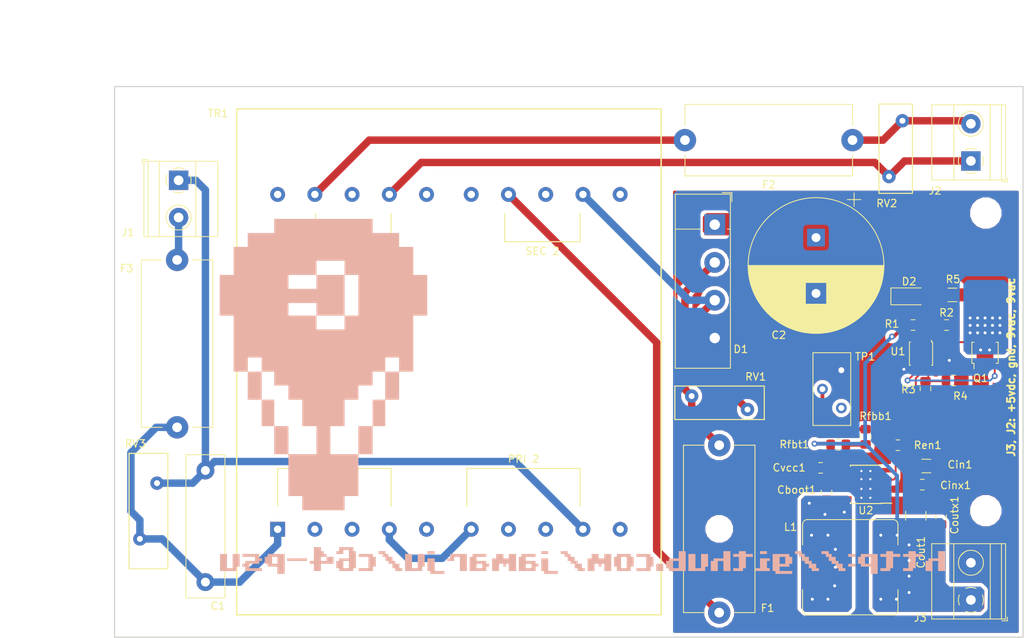
<source format=kicad_pcb>
(kicad_pcb (version 20171130) (host pcbnew "(5.0.0-3-g5ebb6b6)")
  (layers (0 F.Cu signal) (31 B.Cu signal) (34 B.Paste user hide) (35 F.Paste user hide) (36 B.SilkS user) (37 F.SilkS user) (38 B.Mask user) (39 F.Mask user) (44 Edge.Cuts user))
  (net 0 "")
  (net 1 GND)
  (net 2 "Net-(D1-Pad2)")
  (net 3 "Net-(F3-Pad2)")
  (net 4 "Net-(R1-Pad2)")
  (net 5 /PRI1A)
  (net 6 /PRI1B)
  (net 7 /PRI2B)
  (net 8 /SEC2B)
  (net 9 /SEC2A)
  (net 10 /SEC1B)
  (net 11 /SEC1A)
  (net 12 "Net-(F2-Pad1)")
  (net 13 /VOUT)
  (net 14 "Net-(Rfbb1-Pad1)")
  (net 15 "Net-(R3-Pad2)")
  (net 16 /VIN)
  (net 17 "Net-(Ren1-Pad1)")
  (net 18 "Net-(Rfbb1-Pad2)")
  (net 19 "Net-(TP1-Pad1)")
  (net 20 "Net-(Cboot1-Pad1)")
  (net 21 "Net-(Cvcc1-Pad1)")
  (net 22 "Net-(Q1-Pad2)")
  (net 23 "Net-(U2-Pad4)")
  (net 24 /SW)
  (net 25 /Vd)
  (net 26 "Net-(D2-Pad2)")
  (module c64-psu:Via-0.4mm (layer F.Cu) (at 206.5 97.4)
    (fp_text reference REF** hide)
    (fp_text value Via-0.4mm hide)
    (pad 1 thru_hole circle (at 0 0) (size 0.8 0.8) (drill 0.4) (layers *.Cu) (net 25 /Vd))
  )
  (module c64-psu:Via-0.4mm (layer F.Cu) (at 205.3 97.4)
    (fp_text reference REF** hide)
    (fp_text value Via-0.4mm hide)
    (pad 1 thru_hole circle (at 0 0) (size 0.8 0.8) (drill 0.4) (layers *.Cu) (net 25 /Vd))
  )
  (module c64-psu:Via-0.4mm (layer F.Cu) (at 201.1 98.8)
    (fp_text reference REF** hide)
    (fp_text value Via-0.4mm hide)
    (pad 1 thru_hole circle (at 0 0) (size 0.8 0.8) (drill 0.4) (layers *.Cu) (net 1 GND))
  )
  (module c64-psu:Via-0.4mm (layer F.Cu) (at 191.9 130.9)
    (fp_text reference REF** hide)
    (fp_text value Via-0.4mm hide)
    (pad "" thru_hole circle (at 0 0) (size 0.8 0.8) (drill 0.4) (layers *.Cu) (net 13 /VOUT))
  )
  (module c64-psu:Via-0.4mm (layer F.Cu) (at 194 130.9)
    (fp_text reference REF** hide)
    (fp_text value Via-0.4mm hide)
    (pad "" thru_hole circle (at 0 0) (size 0.8 0.8) (drill 0.4) (layers *.Cu) (net 13 /VOUT))
  )
  (module c64-psu:Via-0.4mm (layer F.Cu) (at 195.7 130)
    (fp_text reference REF** hide)
    (fp_text value Via-0.4mm hide)
    (pad "" thru_hole circle (at 0 0) (size 0.8 0.8) (drill 0.4) (layers *.Cu) (net 13 /VOUT))
  )
  (module c64-psu:Via-0.4mm (layer F.Cu) (at 195.7 127.8)
    (fp_text reference REF** hide)
    (fp_text value Via-0.4mm hide)
    (pad "" thru_hole circle (at 0 0) (size 0.8 0.8) (drill 0.4) (layers *.Cu) (net 13 /VOUT))
  )
  (module c64-psu:Via-0.4mm (layer F.Cu) (at 195.7 125.7)
    (fp_text reference REF** hide)
    (fp_text value Via-0.4mm hide)
    (pad "" thru_hole circle (at 0 0) (size 0.8 0.8) (drill 0.4) (layers *.Cu) (net 13 /VOUT))
  )
  (module c64-psu:Via-0.4mm (layer F.Cu) (at 195.7 123.6)
    (fp_text reference REF** hide)
    (fp_text value Via-0.4mm hide)
    (pad "" thru_hole circle (at 0 0) (size 0.8 0.8) (drill 0.4) (layers *.Cu) (net 13 /VOUT))
  )
  (module c64-psu:Via-0.4mm (layer F.Cu) (at 194.1 122.3)
    (fp_text reference REF** hide)
    (fp_text value Via-0.4mm hide)
    (pad "" thru_hole circle (at 0 0) (size 0.8 0.8) (drill 0.4) (layers *.Cu) (net 13 /VOUT))
  )
  (module c64-psu:Via-0.4mm (layer F.Cu) (at 182.7 130.9)
    (fp_text reference REF** hide)
    (fp_text value Via-0.4mm hide)
    (pad 1 thru_hole circle (at 0 0) (size 0.8 0.8) (drill 0.4) (layers *.Cu) (net 24 /SW))
  )
  (module c64-psu:Via-0.4mm (layer F.Cu) (at 184.8 130.9)
    (fp_text reference REF** hide)
    (fp_text value Via-0.4mm hide)
    (pad 1 thru_hole circle (at 0 0) (size 0.8 0.8) (drill 0.4) (layers *.Cu) (net 24 /SW))
  )
  (module c64-psu:Via-0.4mm (layer F.Cu) (at 185.7 129.1)
    (fp_text reference REF** hide)
    (fp_text value Via-0.4mm hide)
    (pad 1 thru_hole circle (at 0 0) (size 0.8 0.8) (drill 0.4) (layers *.Cu) (net 24 /SW))
  )
  (module c64-psu:Via-0.4mm (layer F.Cu) (at 185.8 126.6)
    (fp_text reference REF** hide)
    (fp_text value Via-0.4mm hide)
    (pad 1 thru_hole circle (at 0 0) (size 0.8 0.8) (drill 0.4) (layers *.Cu) (net 24 /SW))
  )
  (module c64-psu:Via-0.4mm (layer F.Cu) (at 185.8 124.2)
    (fp_text reference REF** hide)
    (fp_text value Via-0.4mm hide)
    (pad 1 thru_hole circle (at 0 0) (size 0.8 0.8) (drill 0.4) (layers *.Cu) (net 24 /SW))
  )
  (module c64-psu:Via-0.4mm (layer F.Cu) (at 184.8 122.3)
    (fp_text reference REF** hide)
    (fp_text value Via-0.4mm hide)
    (pad 1 thru_hole circle (at 0 0) (size 0.8 0.8) (drill 0.4) (layers *.Cu) (net 24 /SW))
  )
  (module c64-psu:Via-0.4mm (layer F.Cu) (at 182.6 122.3)
    (fp_text reference REF** hide)
    (fp_text value Via-0.4mm hide)
    (pad 1 thru_hole circle (at 0 0) (size 0.8 0.8) (drill 0.4) (layers *.Cu) (net 24 /SW))
  )
  (module c64-psu:Via-0.4mm (layer F.Cu) (at 187 119.2)
    (fp_text reference REF** hide)
    (fp_text value Via-0.4mm hide)
    (pad 1 thru_hole circle (at 0 0) (size 0.8 0.8) (drill 0.4) (layers *.Cu) (net 24 /SW))
  )
  (module c64-psu:Via-0.4mm (layer F.Cu) (at 184.4 119.5)
    (fp_text reference REF** hide)
    (fp_text value Via-0.4mm hide)
    (pad 1 thru_hole circle (at 0 0) (size 0.8 0.8) (drill 0.4) (layers *.Cu) (net 24 /SW))
  )
  (module c64-psu:Via-0.4mm (layer F.Cu) (at 207.9 95.1)
    (fp_text reference REF** hide)
    (fp_text value Via-0.4mm hide)
    (pad 1 thru_hole circle (at 0 0) (size 0.8 0.8) (drill 0.4) (layers *.Cu) (net 25 /Vd))
  )
  (module c64-psu:Via-0.4mm (layer F.Cu) (at 206.9 95.1)
    (fp_text reference REF** hide)
    (fp_text value Via-0.4mm hide)
    (pad 1 thru_hole circle (at 0 0) (size 0.8 0.8) (drill 0.4) (layers *.Cu) (net 25 /Vd))
  )
  (module c64-psu:Via-0.4mm (layer F.Cu) (at 205.9 95.1)
    (fp_text reference REF** hide)
    (fp_text value Via-0.4mm hide)
    (pad 1 thru_hole circle (at 0 0) (size 0.8 0.8) (drill 0.4) (layers *.Cu) (net 25 /Vd))
  )
  (module c64-psu:Via-0.4mm (layer F.Cu) (at 204.9 95.1)
    (fp_text reference REF** hide)
    (fp_text value Via-0.4mm hide)
    (pad 1 thru_hole circle (at 0 0) (size 0.8 0.8) (drill 0.4) (layers *.Cu) (net 25 /Vd))
  )
  (module c64-psu:Via-0.4mm (layer F.Cu) (at 203.9 95.1)
    (fp_text reference REF** hide)
    (fp_text value Via-0.4mm hide)
    (pad 1 thru_hole circle (at 0 0) (size 0.8 0.8) (drill 0.4) (layers *.Cu) (net 25 /Vd))
  )
  (module c64-psu:Via-0.4mm (layer F.Cu) (at 207.9 94.1)
    (fp_text reference REF** hide)
    (fp_text value Via-0.4mm hide)
    (pad 1 thru_hole circle (at 0 0) (size 0.8 0.8) (drill 0.4) (layers *.Cu) (net 25 /Vd))
  )
  (module c64-psu:Via-0.4mm (layer F.Cu) (at 206.9 94.1)
    (fp_text reference REF** hide)
    (fp_text value Via-0.4mm hide)
    (pad 1 thru_hole circle (at 0 0) (size 0.8 0.8) (drill 0.4) (layers *.Cu) (net 25 /Vd))
  )
  (module c64-psu:Via-0.4mm (layer F.Cu) (at 205.9 94.1)
    (fp_text reference REF** hide)
    (fp_text value Via-0.4mm hide)
    (pad 1 thru_hole circle (at 0 0) (size 0.8 0.8) (drill 0.4) (layers *.Cu) (net 25 /Vd))
  )
  (module c64-psu:Via-0.4mm (layer F.Cu) (at 204.9 94.1)
    (fp_text reference REF** hide)
    (fp_text value Via-0.4mm hide)
    (pad 1 thru_hole circle (at 0 0) (size 0.8 0.8) (drill 0.4) (layers *.Cu) (net 25 /Vd))
  )
  (module c64-psu:Via-0.4mm (layer F.Cu) (at 203.9 94.1)
    (fp_text reference REF** hide)
    (fp_text value Via-0.4mm hide)
    (pad 1 thru_hole circle (at 0 0) (size 0.8 0.8) (drill 0.4) (layers *.Cu) (net 25 /Vd))
  )
  (module c64-psu:Via-0.4mm (layer F.Cu) (at 207.9 93.1)
    (fp_text reference REF** hide)
    (fp_text value Via-0.4mm hide)
    (pad 1 thru_hole circle (at 0 0) (size 0.8 0.8) (drill 0.4) (layers *.Cu) (net 25 /Vd))
  )
  (module c64-psu:Via-0.4mm (layer F.Cu) (at 206.9 93.1)
    (fp_text reference REF** hide)
    (fp_text value Via-0.4mm hide)
    (pad 1 thru_hole circle (at 0 0) (size 0.8 0.8) (drill 0.4) (layers *.Cu) (net 25 /Vd))
  )
  (module c64-psu:Via-0.4mm (layer F.Cu) (at 205.9 93.1)
    (fp_text reference REF** hide)
    (fp_text value Via-0.4mm hide)
    (pad 1 thru_hole circle (at 0 0) (size 0.8 0.8) (drill 0.4) (layers *.Cu) (net 25 /Vd))
  )
  (module c64-psu:Via-0.4mm (layer F.Cu) (at 204.9 93.1)
    (fp_text reference REF** hide)
    (fp_text value Via-0.4mm hide)
    (pad 1 thru_hole circle (at 0 0) (size 0.8 0.8) (drill 0.4) (layers *.Cu) (net 25 /Vd))
  )
  (module c64-psu:Via-0.4mm (layer F.Cu) (at 203.9 93.1)
    (fp_text reference REF** hide)
    (fp_text value Via-0.4mm hide)
    (pad 1 thru_hole circle (at 0 0) (size 0.8 0.8) (drill 0.4) (layers *.Cu) (net 25 /Vd))
  )
  (module c64-psu:Via-0.4mm (layer F.Cu) (at 182.3 118)
    (fp_text reference REF** hide)
    (fp_text value Via-0.4mm hide)
    (pad 1 thru_hole circle (at 0 0) (size 0.8 0.8) (drill 0.4) (layers *.Cu) (net 24 /SW))
  )
  (module c64-psu:Via-0.4mm (layer F.Cu) (at 191.9 122.3)
    (fp_text reference REF** hide)
    (fp_text value Via-0.4mm hide)
    (pad "" thru_hole circle (at 0 0) (size 0.8 0.8) (drill 0.4) (layers *.Cu) (net 13 /VOUT))
  )
  (module c64-psu:Via-0.4mm (layer F.Cu) (at 195 100)
    (fp_text reference REF** hide)
    (fp_text value Via-0.4mm hide)
    (pad 1 thru_hole circle (at 0 0) (size 0.8 0.8) (drill 0.4) (layers *.Cu) (net 1 GND))
  )
  (module MountingHole:MountingHole_3.2mm_M3 (layer F.Cu) (at 206 79)
    (fp_text reference MH3 hide)
    (fp_text value MountingHole)
    (pad 1 np_thru_hole circle (at 0 0) (size 3.2 3.2) (drill 3.2) (layers *.Cu *.Mask))
  )
  (module MountingHole:MountingHole_3.2mm_M3 (layer F.Cu) (at 94 131)
    (fp_text reference MH2 hide)
    (fp_text value MountingHole)
    (pad 1 np_thru_hole circle (at 0 0) (size 3.2 3.2) (drill 3.2) (layers *.Cu *.Mask))
  )
  (module MountingHole:MountingHole_3.2mm_M3 (layer F.Cu) (at 94 67)
    (fp_text reference MH1 hide)
    (fp_text value MountingHole)
    (pad 1 np_thru_hole circle (at 0 0) (size 3.2 3.2) (drill 3.2) (layers *.Cu *.Mask))
  )
  (module MountingHole:MountingHole_3.2mm_M3 (layer F.Cu) (at 206 119)
    (fp_text reference MH4 hide)
    (fp_text value MountingHole)
    (pad 1 np_thru_hole circle (at 0 0) (size 3.2 3.2) (drill 3.2) (layers *.Cu *.Mask))
  )
  (module LED_SMD:LED_1206_3216Metric_Pad1.42x1.75mm_HandSolder (layer F.Cu) (at 195.7125 90.2)
    (fp_text reference D2 (at -0.0125 -2) (layer F.SilkS))
    (fp_text value LED)
    (pad 1 smd roundrect (at -1.4875 0) (size 1.425 1.75) (layers F.Cu F.Paste F.Mask) (roundrect_rratio 0.175439) (net 1 GND))
    (pad 2 smd roundrect (at 1.4875 0) (size 1.425 1.75) (layers F.Cu F.Paste F.Mask) (roundrect_rratio 0.175439) (net 26 "Net-(D2-Pad2)"))
  )
  (module Potentiometer_THT:Potentiometer_Bourns_3296Y_Vertical (layer F.Cu) (at 186.6 105.2 270)
    (fp_text reference TP1 (at -6.9 -3.2) (layer F.SilkS))
    (fp_text value 10K)
    (pad 3 thru_hole circle (at -5.08 0 270) (size 1.44 1.44) (drill 0.8) (layers *.Cu *.Mask) (net 1 GND))
    (pad 2 thru_hole circle (at -2.54 2.54 270) (size 1.44 1.44) (drill 0.8) (layers *.Cu *.Mask) (net 18 "Net-(Rfbb1-Pad2)"))
    (pad 1 thru_hole circle (at 0 0 270) (size 1.44 1.44) (drill 0.8) (layers *.Cu *.Mask) (net 19 "Net-(TP1-Pad1)"))
  )
  (module c64-psu:LFPAK33-PSMN7R5-30MLD (layer F.Cu) (at 205.896066 97.981706 90)
    (fp_text reference Q1 (at -3.218294 -0.596066 180) (layer F.SilkS))
    (fp_text value N-MOS)
    (pad 3 smd rect (at 1.575 -0.975 90) (size 0.75 0.4) (layers F.Cu F.Mask) (net 25 /Vd))
    (pad 3 smd rect (at 1.575 0.975 90) (size 0.75 0.4) (layers F.Cu F.Mask) (net 25 /Vd))
    (pad 3 smd rect (at 1.575 -0.325 90) (size 0.75 0.4) (layers F.Cu F.Mask) (net 25 /Vd))
    (pad 1 smd rect (at -1.535 -0.325 90) (size 0.83 0.4) (layers F.Cu F.Mask) (net 16 /VIN))
    (pad 1 smd rect (at -1.535 -0.975 90) (size 0.83 0.4) (layers F.Cu F.Mask) (net 16 /VIN))
    (pad 1 smd rect (at -1.535 0.325 90) (size 0.83 0.4) (layers F.Cu F.Mask) (net 16 /VIN))
    (pad 3 smd rect (at 0.405 0 90) (size 1.85 2.25) (layers F.Cu F.Mask) (net 25 /Vd))
    (pad 3 smd rect (at 1.575 0.325 90) (size 0.75 0.4) (layers F.Cu F.Mask) (net 25 /Vd))
    (pad 2 smd rect (at -1.535 0.975 90) (size 0.83 0.4) (layers F.Cu F.Mask) (net 22 "Net-(Q1-Pad2)"))
  )
  (module Capacitor_SMD:C_0805_2012Metric_Pad1.15x1.40mm_HandSolder (layer F.Cu) (at 184.613603 116.501317 270)
    (fp_text reference Cboot1 (at -0.301317 4.013603) (layer F.SilkS))
    (fp_text value 100n)
    (pad 1 smd roundrect (at -1.025 0 270) (size 1.15 1.4) (layers F.Cu F.Paste F.Mask) (roundrect_rratio 0.217391) (net 20 "Net-(Cboot1-Pad1)"))
    (pad 2 smd roundrect (at 1.025 0 270) (size 1.15 1.4) (layers F.Cu F.Paste F.Mask) (roundrect_rratio 0.217391) (net 24 /SW))
  )
  (module Capacitor_SMD:C_0805_2012Metric_Pad1.15x1.40mm_HandSolder (layer F.Cu) (at 197.475 115.5)
    (fp_text reference Cinx1 (at 4.470606 0.090302) (layer F.SilkS))
    (fp_text value 220n)
    (pad 2 smd roundrect (at 1.025 0) (size 1.15 1.4) (layers F.Cu F.Paste F.Mask) (roundrect_rratio 0.217391) (net 1 GND))
    (pad 1 smd roundrect (at -1.025 0) (size 1.15 1.4) (layers F.Cu F.Paste F.Mask) (roundrect_rratio 0.217391) (net 16 /VIN))
  )
  (module Capacitor_SMD:C_0805_2012Metric_Pad1.15x1.40mm_HandSolder (layer F.Cu) (at 200 119.825 90)
    (fp_text reference Coutx1 (at 0.225 1.8 270) (layer F.SilkS))
    (fp_text value 1u)
    (pad 1 smd roundrect (at -1.025 0 90) (size 1.15 1.4) (layers F.Cu F.Paste F.Mask) (roundrect_rratio 0.217391) (net 13 /VOUT))
    (pad 2 smd roundrect (at 1.025 0 90) (size 1.15 1.4) (layers F.Cu F.Paste F.Mask) (roundrect_rratio 0.217391) (net 1 GND))
  )
  (module Capacitor_SMD:C_0805_2012Metric_Pad1.15x1.40mm_HandSolder (layer F.Cu) (at 183.817203 113.246417 180)
    (fp_text reference Cvcc1 (at 4.2201 0.0254 180) (layer F.SilkS))
    (fp_text value 1u)
    (pad 2 smd roundrect (at 1.025 0 180) (size 1.15 1.4) (layers F.Cu F.Paste F.Mask) (roundrect_rratio 0.217391) (net 1 GND))
    (pad 1 smd roundrect (at -1.025 0 180) (size 1.15 1.4) (layers F.Cu F.Paste F.Mask) (roundrect_rratio 0.217391) (net 21 "Net-(Cvcc1-Pad1)"))
  )
  (module Capacitor_SMD:C_1206_3216Metric_Pad1.42x1.75mm_HandSolder (layer F.Cu) (at 198.0125 113)
    (fp_text reference Cin1 (at 4.526706 -0.189098) (layer F.SilkS))
    (fp_text value 10u)
    (pad 2 smd roundrect (at 1.4875 0) (size 1.425 1.75) (layers F.Cu F.Paste F.Mask) (roundrect_rratio 0.175439) (net 1 GND))
    (pad 1 smd roundrect (at -1.4875 0) (size 1.425 1.75) (layers F.Cu F.Paste F.Mask) (roundrect_rratio 0.175439) (net 16 /VIN))
  )
  (module Capacitor_SMD:C_1210_3225Metric_Pad1.42x2.65mm_HandSolder (layer F.Cu) (at 196.6 119.6875 90)
    (fp_text reference Cout1 (at -4.9125 0.7 90) (layer F.SilkS))
    (fp_text value 68u)
    (pad 2 smd roundrect (at 1.4875 0 90) (size 1.425 2.65) (layers F.Cu F.Paste F.Mask) (roundrect_rratio 0.175439) (net 1 GND))
    (pad 1 smd roundrect (at -1.4875 0 90) (size 1.425 2.65) (layers F.Cu F.Paste F.Mask) (roundrect_rratio 0.175439) (net 13 /VOUT))
  )
  (module Fuse:Fuseholder_Cylinder-5x20mm_Schurter_0031_8201_Horizontal_Open (layer F.Cu) (at 97.4 107.8 90)
    (fp_text reference F3 (at 21.356109 -6.777353) (layer F.SilkS))
    (fp_text value 160mA)
    (pad 1 thru_hole circle (at 0 0 90) (size 3 3) (drill 1.3) (layers *.Cu *.Mask) (net 5 /PRI1A))
    (pad 2 thru_hole circle (at 22.5 0 90) (size 3 3) (drill 1.3) (layers *.Cu *.Mask) (net 3 "Net-(F3-Pad2)"))
    (pad "" np_thru_hole circle (at 11.25 0 90) (size 2.7 2.7) (drill 2.7) (layers *.Cu *.Mask))
  )
  (module Fuse:Fuseholder_Cylinder-5x20mm_Schurter_0031_8201_Horizontal_Open (layer F.Cu) (at 188.1 69.2 180)
    (fp_text reference F2 (at 11.25 -6 180) (layer F.SilkS))
    (fp_text value 1.67A)
    (pad 1 thru_hole circle (at 0 0 180) (size 3 3) (drill 1.3) (layers *.Cu *.Mask) (net 12 "Net-(F2-Pad1)"))
    (pad 2 thru_hole circle (at 22.5 0 180) (size 3 3) (drill 1.3) (layers *.Cu *.Mask) (net 11 /SEC1A))
    (pad "" np_thru_hole circle (at 11.25 0 180) (size 2.7 2.7) (drill 2.7) (layers *.Cu *.Mask))
  )
  (module Fuse:Fuseholder_Cylinder-5x20mm_Schurter_0031_8201_Horizontal_Open (layer F.Cu) (at 170.2 110.2 270)
    (fp_text reference F1 (at 21.9 -6.5) (layer F.SilkS))
    (fp_text value 1.67A)
    (pad "" np_thru_hole circle (at 11.25 0 270) (size 2.7 2.7) (drill 2.7) (layers *.Cu *.Mask))
    (pad 2 thru_hole circle (at 22.5 0 270) (size 3 3) (drill 1.3) (layers *.Cu *.Mask) (net 9 /SEC2A))
    (pad 1 thru_hole circle (at 0 0 270) (size 3 3) (drill 1.3) (layers *.Cu *.Mask) (net 2 "Net-(D1-Pad2)"))
  )
  (module Package_DFN_QFN:DFN-8-1EP_3x3mm_P0.65mm_EP1.55x2.4mm (layer F.Cu) (at 197.3 97.9 270)
    (fp_text reference U1 (at -0.3 3.1) (layer F.SilkS))
    (fp_text value MAX6399)
    (pad 1 smd rect (at -1.55 -0.975 270) (size 0.65 0.35) (layers F.Cu F.Paste F.Mask) (net 25 /Vd))
    (pad 2 smd rect (at -1.55 -0.325 270) (size 0.65 0.35) (layers F.Cu F.Paste F.Mask) (net 25 /Vd))
    (pad 3 smd rect (at -1.55 0.325 270) (size 0.65 0.35) (layers F.Cu F.Paste F.Mask) (net 4 "Net-(R1-Pad2)"))
    (pad 4 smd rect (at -1.55 0.975 270) (size 0.65 0.35) (layers F.Cu F.Paste F.Mask) (net 17 "Net-(Ren1-Pad1)"))
    (pad 5 smd rect (at 1.55 0.975 270) (size 0.65 0.35) (layers F.Cu F.Paste F.Mask) (net 1 GND))
    (pad 6 smd rect (at 1.55 0.325 270) (size 0.65 0.35) (layers F.Cu F.Paste F.Mask) (net 22 "Net-(Q1-Pad2)"))
    (pad 7 smd rect (at 1.55 -0.325 270) (size 0.65 0.35) (layers F.Cu F.Paste F.Mask) (net 16 /VIN))
    (pad 8 smd rect (at 1.55 -0.975 270) (size 0.65 0.35) (layers F.Cu F.Paste F.Mask) (net 15 "Net-(R3-Pad2)"))
    (pad 9 smd rect (at 0 0 270) (size 1.55 2.4) (layers F.Cu F.Mask) (net 1 GND))
  )
  (module Package_SO:TI_SO-PowerPAD-8_ThermalVias (layer F.Cu) (at 189.896803 115.468917 180)
    (fp_text reference U2 (at 0 -3.5 180) (layer F.SilkS))
    (fp_text value LMR33630A)
    (pad 9 thru_hole circle (at 0.6 1.8 180) (size 0.6 0.6) (drill 0.3) (layers *.Cu) (net 1 GND))
    (pad 9 thru_hole circle (at 0.6 0.7 180) (size 0.6 0.6) (drill 0.3) (layers *.Cu) (net 1 GND))
    (pad 9 thru_hole circle (at -0.6 0.7 180) (size 0.6 0.6) (drill 0.3) (layers *.Cu) (net 1 GND))
    (pad 9 thru_hole circle (at -0.6 1.8 180) (size 0.6 0.6) (drill 0.3) (layers *.Cu) (net 1 GND))
    (pad 9 thru_hole circle (at 0.6 -1.8 180) (size 0.6 0.6) (drill 0.3) (layers *.Cu) (net 1 GND))
    (pad 9 thru_hole circle (at 0.6 -0.6 180) (size 0.6 0.6) (drill 0.3) (layers *.Cu) (net 1 GND))
    (pad 9 thru_hole circle (at -0.6 -0.6 180) (size 0.6 0.6) (drill 0.3) (layers *.Cu) (net 1 GND))
    (pad 9 thru_hole circle (at -0.6 -1.8 180) (size 0.6 0.6) (drill 0.3) (layers *.Cu) (net 1 GND))
    (pad 9 smd rect (at 0 0 180) (size 2.95 4.5) (layers B.Cu) (net 1 GND))
    (pad 8 smd rect (at 2.7 -1.905 180) (size 1.55 0.6) (layers F.Cu F.Paste F.Mask) (net 24 /SW))
    (pad 7 smd rect (at 2.7 -0.635 180) (size 1.55 0.6) (layers F.Cu F.Paste F.Mask) (net 20 "Net-(Cboot1-Pad1)"))
    (pad 6 smd rect (at 2.7 0.635 180) (size 1.55 0.6) (layers F.Cu F.Paste F.Mask) (net 21 "Net-(Cvcc1-Pad1)"))
    (pad 5 smd rect (at 2.7 1.905 180) (size 1.55 0.6) (layers F.Cu F.Paste F.Mask) (net 14 "Net-(Rfbb1-Pad1)"))
    (pad 4 smd rect (at -2.7 1.905 180) (size 1.55 0.6) (layers F.Cu F.Paste F.Mask) (net 23 "Net-(U2-Pad4)"))
    (pad 3 smd rect (at -2.7 0.635 180) (size 1.55 0.6) (layers F.Cu F.Paste F.Mask) (net 17 "Net-(Ren1-Pad1)"))
    (pad 2 smd rect (at -2.7 -0.635 180) (size 1.55 0.6) (layers F.Cu F.Paste F.Mask) (net 16 /VIN))
    (pad 1 smd rect (at -2.7 -1.905 180) (size 1.55 0.6) (layers F.Cu F.Paste F.Mask) (net 1 GND))
    (pad 9 smd rect (at 0 0 180) (size 2.95 4.5) (layers F.Cu) (net 1 GND))
    (pad 9 smd rect (at 0 0 180) (size 2.6 3.1) (layers F.Cu F.Paste F.Mask) (net 1 GND))
  )
  (module Resistor_SMD:R_0805_2012Metric_Pad1.15x1.40mm_HandSolder (layer F.Cu) (at 189.849503 109.071817 90)
    (fp_text reference Rfbb1 (at 2.771817 1.350497 180) (layer F.SilkS))
    (fp_text value 22K)
    (pad 2 smd roundrect (at 1.025 0 90) (size 1.15 1.4) (layers F.Cu F.Paste F.Mask) (roundrect_rratio 0.217391) (net 18 "Net-(Rfbb1-Pad2)"))
    (pad 1 smd roundrect (at -1.025 0 90) (size 1.15 1.4) (layers F.Cu F.Paste F.Mask) (roundrect_rratio 0.217391) (net 14 "Net-(Rfbb1-Pad1)"))
  )
  (module Resistor_SMD:R_0805_2012Metric_Pad1.15x1.40mm_HandSolder (layer F.Cu) (at 194.2 110.2)
    (fp_text reference Ren1 (at 4 0) (layer F.SilkS))
    (fp_text value 10k)
    (pad 1 smd roundrect (at -1.025 0) (size 1.15 1.4) (layers F.Cu F.Paste F.Mask) (roundrect_rratio 0.217391) (net 17 "Net-(Ren1-Pad1)"))
    (pad 2 smd roundrect (at 1.025 0) (size 1.15 1.4) (layers F.Cu F.Paste F.Mask) (roundrect_rratio 0.217391) (net 16 /VIN))
  )
  (module Resistor_SMD:R_0805_2012Metric_Pad1.15x1.40mm_HandSolder (layer F.Cu) (at 201.675 101.5)
    (fp_text reference R4 (at 0.925 2.1) (layer F.SilkS))
    (fp_text value 150k)
    (pad 2 smd roundrect (at 1.025 0) (size 1.15 1.4) (layers F.Cu F.Paste F.Mask) (roundrect_rratio 0.217391) (net 1 GND))
    (pad 1 smd roundrect (at -1.025 0) (size 1.15 1.4) (layers F.Cu F.Paste F.Mask) (roundrect_rratio 0.217391) (net 15 "Net-(R3-Pad2)"))
  )
  (module Resistor_SMD:R_0805_2012Metric_Pad1.15x1.40mm_HandSolder (layer F.Cu) (at 197.9 102.625 90)
    (fp_text reference R3 (at -0.093294 -2.296066) (layer F.SilkS))
    (fp_text value 680k)
    (pad 1 smd roundrect (at -1.025 0 90) (size 1.15 1.4) (layers F.Cu F.Paste F.Mask) (roundrect_rratio 0.217391) (net 16 /VIN))
    (pad 2 smd roundrect (at 1.025 0 90) (size 1.15 1.4) (layers F.Cu F.Paste F.Mask) (roundrect_rratio 0.217391) (net 15 "Net-(R3-Pad2)"))
  )
  (module Resistor_SMD:R_0805_2012Metric_Pad1.15x1.40mm_HandSolder (layer F.Cu) (at 186.188203 110.134917)
    (fp_text reference Rfbt1 (at -5.888203 -0.034917) (layer F.SilkS))
    (fp_text value 100k)
    (pad 2 smd roundrect (at 1.025 0) (size 1.15 1.4) (layers F.Cu F.Paste F.Mask) (roundrect_rratio 0.217391) (net 14 "Net-(Rfbb1-Pad1)"))
    (pad 1 smd roundrect (at -1.025 0) (size 1.15 1.4) (layers F.Cu F.Paste F.Mask) (roundrect_rratio 0.217391) (net 13 /VOUT))
  )
  (module Varistor:RV_Disc_D12mm_W4.5mm_P7.5mm (layer F.Cu) (at 174 105.4 180)
    (fp_text reference RV1 (at -1.1 4.4) (layer F.SilkS))
    (fp_text value S10K20)
    (pad 2 thru_hole circle (at 7.5 1.8 180) (size 1.8 1.8) (drill 0.8) (layers *.Cu *.Mask) (net 2 "Net-(D1-Pad2)"))
    (pad 1 thru_hole circle (at 0 0 180) (size 1.8 1.8) (drill 0.8) (layers *.Cu *.Mask) (net 8 /SEC2B))
  )
  (module Varistor:RV_Disc_D12mm_W4.5mm_P7.5mm (layer F.Cu) (at 193 74.1 90)
    (fp_text reference RV2 (at -3.6 -0.3 180) (layer F.SilkS))
    (fp_text value S10K20)
    (pad 1 thru_hole circle (at 0 0 90) (size 1.8 1.8) (drill 0.8) (layers *.Cu *.Mask) (net 10 /SEC1B))
    (pad 2 thru_hole circle (at 7.5 1.8 90) (size 1.8 1.8) (drill 0.8) (layers *.Cu *.Mask) (net 12 "Net-(F2-Pad1)"))
  )
  (module Varistor:RV_Disc_D15.5mm_W5.2mm_P7.5mm (layer F.Cu) (at 92.4 122.8 90)
    (fp_text reference RV3 (at 12.8 -0.6 -180) (layer F.SilkS))
    (fp_text value S14K300)
    (pad 1 thru_hole circle (at 0 0 90) (size 1.8 1.8) (drill 0.8) (layers *.Cu *.Mask) (net 5 /PRI1A))
    (pad 2 thru_hole circle (at 7.5 2.3 90) (size 1.8 1.8) (drill 0.8) (layers *.Cu *.Mask) (net 7 /PRI2B))
  )
  (module Inductor_SMD:L_Bourns_SRR1260 (layer F.Cu) (at 187.8 126.6)
    (fp_text reference L1 (at -8.021157 -5.399737) (layer F.SilkS))
    (fp_text value 10u)
    (pad 1 smd rect (at -4.85 0) (size 2.9 5.4) (layers F.Cu F.Paste F.Mask) (net 24 /SW))
    (pad 2 smd rect (at 4.85 0) (size 2.9 5.4) (layers F.Cu F.Paste F.Mask) (net 13 /VOUT))
  )
  (module Capacitor_THT:C_Rect_L19.0mm_W5.0mm_P15.00mm_MKS4 (layer F.Cu) (at 101.2 128.6 90)
    (fp_text reference C1 (at -3.2 1.675 -180) (layer F.SilkS))
    (fp_text value 10n)
    (pad 1 thru_hole circle (at 0 0 90) (size 2.4 2.4) (drill 1.2) (layers *.Cu *.Mask) (net 5 /PRI1A))
    (pad 2 thru_hole circle (at 15 0 90) (size 2.4 2.4) (drill 1.2) (layers *.Cu *.Mask) (net 7 /PRI2B))
  )
  (module Diode_THT:Diode_Bridge_Vishay_KBU (layer F.Cu) (at 169.6 80.56 270)
    (fp_text reference D1 (at 16.74 -3.5 180) (layer F.SilkS))
    (fp_text value KBU8B)
    (pad 1 thru_hole rect (at 0 0 270) (size 2.8 2.8) (drill 1.4) (layers *.Cu *.Mask) (net 25 /Vd))
    (pad 2 thru_hole circle (at 5.08 0 270) (size 2.8 2.8) (drill 1.4) (layers *.Cu *.Mask) (net 2 "Net-(D1-Pad2)"))
    (pad 3 thru_hole circle (at 10.16 0 270) (size 2.8 2.8) (drill 1.4) (layers *.Cu *.Mask) (net 8 /SEC2B))
    (pad 4 thru_hole circle (at 15.24 0 270) (size 2.8 2.8) (drill 1.4) (layers *.Cu *.Mask) (net 1 GND))
  )
  (module Resistor_SMD:R_0805_2012Metric_Pad1.15x1.40mm_HandSolder (layer F.Cu) (at 196.225 94.05)
    (fp_text reference R1 (at -2.825 -0.15) (layer F.SilkS))
    (fp_text value 820k)
    (pad 1 smd roundrect (at -1.025 0) (size 1.15 1.4) (layers F.Cu F.Paste F.Mask) (roundrect_rratio 0.217391) (net 13 /VOUT))
    (pad 2 smd roundrect (at 1.025 0) (size 1.15 1.4) (layers F.Cu F.Paste F.Mask) (roundrect_rratio 0.217391) (net 4 "Net-(R1-Pad2)"))
  )
  (module Resistor_SMD:R_0805_2012Metric_Pad1.15x1.40mm_HandSolder (layer F.Cu) (at 200.725 94.05)
    (fp_text reference R2 (at 0 -1.65) (layer F.SilkS))
    (fp_text value 68k)
    (pad 2 smd roundrect (at 1.025 0) (size 1.15 1.4) (layers F.Cu F.Paste F.Mask) (roundrect_rratio 0.217391) (net 1 GND))
    (pad 1 smd roundrect (at -1.025 0) (size 1.15 1.4) (layers F.Cu F.Paste F.Mask) (roundrect_rratio 0.217391) (net 4 "Net-(R1-Pad2)"))
  )
  (module Capacitor_THT:CP_Radial_D18.0mm_P7.50mm (layer F.Cu) (at 183.2 82.3 270)
    (fp_text reference C2 (at 13.1 5) (layer F.SilkS))
    (fp_text value 3300u)
    (pad 1 thru_hole rect (at 0 0 270) (size 2.4 2.4) (drill 1.2) (layers *.Cu *.Mask) (net 25 /Vd))
    (pad 2 thru_hole circle (at 7.5 0 270) (size 2.4 2.4) (drill 1.2) (layers *.Cu *.Mask) (net 1 GND))
  )
  (module Resistor_SMD:R_1206_3216Metric_Pad1.42x1.75mm_HandSolder (layer F.Cu) (at 201.5125 90 180)
    (fp_text reference R5 (at -0.0875 2.1 180) (layer F.SilkS))
    (fp_text value 10k)
    (pad 1 smd roundrect (at -1.4875 0 180) (size 1.425 1.75) (layers F.Cu F.Paste F.Mask) (roundrect_rratio 0.175439) (net 25 /Vd))
    (pad 2 smd roundrect (at 1.4875 0 180) (size 1.425 1.75) (layers F.Cu F.Paste F.Mask) (roundrect_rratio 0.175439) (net 26 "Net-(D2-Pad2)"))
  )
  (module "c64-psu:Myrra UI 39 trf" (layer F.Cu) (at 110.9 76.5)
    (fp_text reference TR1 (at -8 -10.9) (layer F.SilkS))
    (fp_text value Myrra_UI_39_TRF)
    (fp_text user "PRI 1" (at 7.62 35.56) (layer F.SilkS))
    (fp_text user "PRI 2" (at 33.02 35.56) (layer F.SilkS))
    (fp_text user "SEC 1" (at 10.16 7.62) (layer F.SilkS))
    (fp_text user "SEC 2" (at 35.56 7.62) (layer F.SilkS))
    (pad 1 thru_hole rect (at 0 45) (size 2 2) (drill 1) (layers *.Cu *.Mask) (net 5 /PRI1A))
    (pad 2 thru_hole circle (at 5 45) (size 2 2) (drill 1) (layers *.Cu *.Mask))
    (pad 3 thru_hole circle (at 10 45) (size 2 2) (drill 1) (layers *.Cu *.Mask))
    (pad 4 thru_hole circle (at 15 45) (size 2 2) (drill 1) (layers *.Cu *.Mask) (net 6 /PRI1B))
    (pad 5 thru_hole circle (at 20 45) (size 2 2) (drill 1) (layers *.Cu *.Mask))
    (pad 6 thru_hole circle (at 26 45) (size 2 2) (drill 1) (layers *.Cu *.Mask) (net 6 /PRI1B))
    (pad 7 thru_hole circle (at 31 45) (size 2 2) (drill 1) (layers *.Cu *.Mask))
    (pad 8 thru_hole circle (at 36 45) (size 2 2) (drill 1) (layers *.Cu *.Mask))
    (pad 9 thru_hole circle (at 41 45) (size 2 2) (drill 1) (layers *.Cu *.Mask) (net 7 /PRI2B))
    (pad 10 thru_hole circle (at 46 45) (size 2 2) (drill 1) (layers *.Cu *.Mask))
    (pad 11 thru_hole circle (at 46 0) (size 2 2) (drill 1) (layers *.Cu *.Mask))
    (pad 12 thru_hole circle (at 41 0) (size 2 2) (drill 1) (layers *.Cu *.Mask) (net 8 /SEC2B))
    (pad 13 thru_hole circle (at 36 0) (size 2 2) (drill 1) (layers *.Cu *.Mask))
    (pad 14 thru_hole circle (at 31 0) (size 2 2) (drill 1) (layers *.Cu *.Mask) (net 9 /SEC2A))
    (pad 15 thru_hole circle (at 26 0) (size 2 2) (drill 1) (layers *.Cu *.Mask))
    (pad 16 thru_hole circle (at 20 0) (size 2 2) (drill 1) (layers *.Cu *.Mask))
    (pad 17 thru_hole circle (at 15 0) (size 2 2) (drill 1) (layers *.Cu *.Mask) (net 10 /SEC1B))
    (pad 18 thru_hole circle (at 10 0) (size 2 2) (drill 1) (layers *.Cu *.Mask))
    (pad 19 thru_hole circle (at 5 0) (size 2 2) (drill 1) (layers *.Cu *.Mask) (net 11 /SEC1A))
    (pad 20 thru_hole circle (at 0 0) (size 2 2) (drill 1) (layers *.Cu *.Mask))
  )
  (module TerminalBlock_Phoenix:TerminalBlock_Phoenix_MKDS-1,5-2_1x02_P5.00mm_Horizontal (layer F.Cu) (at 97.6 74.6 270)
    (fp_text reference J1 (at 7 6.8) (layer F.SilkS))
    (fp_text value Conn_01x02)
    (pad 1 thru_hole rect (at 0 0 270) (size 2.6 2.6) (drill 1.3) (layers *.Cu *.Mask) (net 7 /PRI2B))
    (pad 2 thru_hole circle (at 5 0 270) (size 2.6 2.6) (drill 1.3) (layers *.Cu *.Mask) (net 3 "Net-(F3-Pad2)"))
  )
  (module TerminalBlock_Phoenix:TerminalBlock_Phoenix_MKDS-1,5-2_1x02_P5.00mm_Horizontal (layer F.Cu) (at 204 72 90)
    (fp_text reference J2 (at -4 -4.8 180) (layer F.SilkS))
    (fp_text value Conn_01x02)
    (pad 2 thru_hole circle (at 5 0 90) (size 2.6 2.6) (drill 1.3) (layers *.Cu *.Mask) (net 12 "Net-(F2-Pad1)"))
    (pad 1 thru_hole rect (at 0 0 90) (size 2.6 2.6) (drill 1.3) (layers *.Cu *.Mask) (net 10 /SEC1B))
  )
  (module TerminalBlock_Phoenix:TerminalBlock_Phoenix_MKDS-1,5-2_1x02_P5.00mm_Horizontal (layer F.Cu) (at 204 131 90)
    (fp_text reference J3 (at -2.4 -6.8 180) (layer F.SilkS))
    (fp_text value Conn_01x02)
    (pad 1 thru_hole rect (at 0 0 90) (size 2.6 2.6) (drill 1.3) (layers *.Cu *.Mask) (net 13 /VOUT))
    (pad 2 thru_hole circle (at 5 0 90) (size 2.6 2.6) (drill 1.3) (layers *.Cu *.Mask) (net 1 GND))
  )
  (module c64-psu:linkballoon (layer B.Cu) (at 151 94.6 180)
    (fp_text reference G*** hide)
    (fp_text value LOGO hide)
  )
  (gr_text "J3, J2: +5vdc, gnd, 9vac, 9vac    " (at 209.4 98.2 90) (layer F.SilkS) (effects (font (size 1 1) (thickness 0.25))))
  (gr_line (start 89 136) (end 89 62) (layer Edge.Cuts) (width 0.15))
  (gr_line (start 211 136) (end 89 136) (layer Edge.Cuts) (width 0.15))
  (gr_line (start 211 62) (end 211 136) (layer Edge.Cuts) (width 0.15))
  (gr_line (start 89 62) (end 211 62) (layer Edge.Cuts) (width 0.15))
  (segment (start 166.5 104.872792) (end 166.5 103.6) (width 1) (layer F.Cu) (net 2))
  (segment (start 166.5 106.5) (end 166.5 104.872792) (width 1) (layer F.Cu) (net 2))
  (segment (start 165.600001 89.639999) (end 168.200001 87.039999) (width 1) (layer F.Cu) (net 2))
  (segment (start 166.5 103.6) (end 165.600001 102.700001) (width 1) (layer F.Cu) (net 2))
  (segment (start 170.2 110.2) (end 166.5 106.5) (width 1) (layer F.Cu) (net 2))
  (segment (start 165.600001 102.700001) (end 165.600001 89.639999) (width 1) (layer F.Cu) (net 2))
  (segment (start 168.200001 87.039999) (end 169.6 85.64) (width 1) (layer F.Cu) (net 2))
  (segment (start 97.6 85.1) (end 97.4 85.3) (width 1) (layer B.Cu) (net 3))
  (segment (start 97.6 79.6) (end 97.6 85.1) (width 1) (layer B.Cu) (net 3))
  (segment (start 196.975 94.325) (end 197.25 94.05) (width 0.25) (layer F.Cu) (net 4))
  (segment (start 196.975 96.35) (end 196.975 94.325) (width 0.25) (layer F.Cu) (net 4))
  (segment (start 197.25 94.05) (end 199.7 94.05) (width 0.25) (layer F.Cu) (net 4))
  (segment (start 95.4 122.8) (end 101.2 128.6) (width 1) (layer B.Cu) (net 5))
  (segment (start 92.4 122.8) (end 95.4 122.8) (width 1) (layer B.Cu) (net 5))
  (segment (start 110.9 123.5) (end 110.9 121.5) (width 1) (layer B.Cu) (net 5))
  (segment (start 105.8 128.6) (end 110.9 123.5) (width 1) (layer B.Cu) (net 5))
  (segment (start 101.2 128.6) (end 105.8 128.6) (width 1) (layer B.Cu) (net 5))
  (segment (start 92.4 120.264002) (end 92.4 122.8) (width 1) (layer B.Cu) (net 5))
  (segment (start 91.2 119.064002) (end 92.4 120.264002) (width 1) (layer B.Cu) (net 5))
  (segment (start 91.2 111.2) (end 91.2 119.064002) (width 1) (layer B.Cu) (net 5))
  (segment (start 94.6 107.8) (end 91.2 111.2) (width 1) (layer B.Cu) (net 5))
  (segment (start 97.4 107.8) (end 94.6 107.8) (width 1) (layer B.Cu) (net 5))
  (segment (start 125.9 122.914213) (end 128.385787 125.4) (width 1) (layer B.Cu) (net 6))
  (segment (start 125.9 121.5) (end 125.9 122.914213) (width 1) (layer B.Cu) (net 6))
  (segment (start 133 125.4) (end 136.9 121.5) (width 1) (layer B.Cu) (net 6))
  (segment (start 128.385787 125.4) (end 133 125.4) (width 1) (layer B.Cu) (net 6))
  (segment (start 101.2 75.9) (end 101.2 111.902944) (width 1) (layer B.Cu) (net 7))
  (segment (start 101.2 111.902944) (end 101.2 113.6) (width 1) (layer B.Cu) (net 7))
  (segment (start 99.9 74.6) (end 101.2 75.9) (width 1) (layer B.Cu) (net 7))
  (segment (start 97.6 74.6) (end 99.9 74.6) (width 1) (layer B.Cu) (net 7))
  (segment (start 99.5 115.3) (end 101.2 113.6) (width 1) (layer B.Cu) (net 7))
  (segment (start 94.7 115.3) (end 99.5 115.3) (width 1) (layer B.Cu) (net 7))
  (segment (start 150.900001 120.500001) (end 151.9 121.5) (width 1) (layer B.Cu) (net 7))
  (segment (start 142.800001 112.400001) (end 150.900001 120.500001) (width 1) (layer B.Cu) (net 7))
  (segment (start 102.399999 112.400001) (end 142.800001 112.400001) (width 1) (layer B.Cu) (net 7))
  (segment (start 101.2 113.6) (end 102.399999 112.400001) (width 1) (layer B.Cu) (net 7))
  (segment (start 166.12 90.72) (end 169.6 90.72) (width 1) (layer B.Cu) (net 8))
  (segment (start 151.9 76.5) (end 166.12 90.72) (width 1) (layer B.Cu) (net 8))
  (segment (start 168.200001 92.119999) (end 169.6 90.72) (width 1) (layer F.Cu) (net 8))
  (segment (start 167.299999 93.020001) (end 168.200001 92.119999) (width 1) (layer F.Cu) (net 8))
  (segment (start 167.299999 98.699999) (end 167.299999 93.020001) (width 1) (layer F.Cu) (net 8))
  (segment (start 174 105.4) (end 167.299999 98.699999) (width 1) (layer F.Cu) (net 8))
  (segment (start 141.9 76.5) (end 161.8 96.4) (width 1) (layer F.Cu) (net 9))
  (segment (start 161.8 124.3) (end 170.2 132.7) (width 1) (layer F.Cu) (net 9))
  (segment (start 161.8 96.4) (end 161.8 124.3) (width 1) (layer F.Cu) (net 9))
  (segment (start 191.1 72.2) (end 193 74.1) (width 1) (layer F.Cu) (net 10))
  (segment (start 130.2 72.2) (end 191.1 72.2) (width 1) (layer F.Cu) (net 10))
  (segment (start 125.9 76.5) (end 130.2 72.2) (width 1) (layer F.Cu) (net 10))
  (segment (start 195.1 72) (end 204 72) (width 1) (layer F.Cu) (net 10))
  (segment (start 193 74.1) (end 195.1 72) (width 1) (layer F.Cu) (net 10))
  (segment (start 123.2 69.2) (end 165.6 69.2) (width 1) (layer F.Cu) (net 11))
  (segment (start 115.9 76.5) (end 123.2 69.2) (width 1) (layer F.Cu) (net 11))
  (segment (start 192.2 69.2) (end 194.8 66.6) (width 1) (layer F.Cu) (net 12))
  (segment (start 188.1 69.2) (end 192.2 69.2) (width 1) (layer F.Cu) (net 12))
  (segment (start 203.6 66.6) (end 204 67) (width 1) (layer F.Cu) (net 12))
  (segment (start 194.8 66.6) (end 203.6 66.6) (width 1) (layer F.Cu) (net 12))
  (via (at 183 110) (size 0.8) (drill 0.4) (layers F.Cu B.Cu) (net 13))
  (segment (start 183 110) (end 189.8 110) (width 0.5) (layer B.Cu) (net 13))
  (segment (start 194.1 114.3) (end 194.1 122.3) (width 0.5) (layer B.Cu) (net 13))
  (segment (start 189.8 110) (end 194.1 114.3) (width 0.5) (layer B.Cu) (net 13))
  (segment (start 189.8 99.2) (end 193.4 95.6) (width 0.5) (layer B.Cu) (net 13))
  (via (at 193.4 95.6) (size 0.8) (drill 0.4) (layers F.Cu B.Cu) (net 13))
  (segment (start 189.8 110) (end 189.8 99.2) (width 0.5) (layer B.Cu) (net 13))
  (segment (start 193.65 95.6) (end 195.2 94.05) (width 0.5) (layer F.Cu) (net 13))
  (segment (start 193.4 95.6) (end 193.65 95.6) (width 0.5) (layer F.Cu) (net 13))
  (segment (start 185.028286 110) (end 185.163203 110.134917) (width 0.5) (layer F.Cu) (net 13))
  (segment (start 183 110) (end 185.028286 110) (width 0.5) (layer F.Cu) (net 13))
  (segment (start 189.811403 110.134917) (end 189.849503 110.096817) (width 0.5) (layer F.Cu) (net 14))
  (segment (start 187.213203 110.134917) (end 189.811403 110.134917) (width 0.5) (layer F.Cu) (net 14))
  (segment (start 187.196803 110.151317) (end 187.213203 110.134917) (width 0.5) (layer F.Cu) (net 14))
  (segment (start 187.196803 113.563917) (end 187.196803 110.151317) (width 0.5) (layer F.Cu) (net 14))
  (segment (start 200.55 101.6) (end 200.65 101.5) (width 0.25) (layer F.Cu) (net 15))
  (segment (start 197.9 101.6) (end 200.55 101.6) (width 0.25) (layer F.Cu) (net 15))
  (segment (start 198.275 101.225) (end 197.9 101.6) (width 0.25) (layer F.Cu) (net 15))
  (segment (start 198.275 99.45) (end 198.275 101.225) (width 0.25) (layer F.Cu) (net 15))
  (segment (start 197.276628 103.026628) (end 197.9 103.65) (width 0.25) (layer F.Cu) (net 16))
  (segment (start 196.6 101.2) (end 196.6 102.35) (width 0.25) (layer F.Cu) (net 16))
  (segment (start 196.6 102.35) (end 197.276628 103.026628) (width 0.25) (layer F.Cu) (net 16))
  (segment (start 197.625 100.175) (end 196.6 101.2) (width 0.25) (layer F.Cu) (net 16))
  (segment (start 197.625 99.45) (end 197.625 100.175) (width 0.25) (layer F.Cu) (net 16))
  (segment (start 193.896804 112.096804) (end 193.175 111.375) (width 0.25) (layer F.Cu) (net 17))
  (segment (start 193.175 111.375) (end 193.175 110.2) (width 0.25) (layer F.Cu) (net 17))
  (segment (start 193.896804 114.558916) (end 193.896804 112.096804) (width 0.25) (layer F.Cu) (net 17))
  (segment (start 193.621803 114.833917) (end 193.896804 114.558916) (width 0.25) (layer F.Cu) (net 17))
  (segment (start 192.596803 114.833917) (end 193.621803 114.833917) (width 0.25) (layer F.Cu) (net 17))
  (segment (start 193.8 108.775) (end 193.175 109.4) (width 0.25) (layer F.Cu) (net 17))
  (segment (start 193.8 98.45) (end 193.8 108.775) (width 0.25) (layer F.Cu) (net 17))
  (segment (start 195.9 96.35) (end 193.8 98.45) (width 0.25) (layer F.Cu) (net 17))
  (segment (start 193.175 109.4) (end 193.175 110.2) (width 0.25) (layer F.Cu) (net 17))
  (segment (start 196.325 96.35) (end 195.9 96.35) (width 0.25) (layer F.Cu) (net 17))
  (segment (start 184.06 103.678233) (end 184.06 102.66) (width 0.5) (layer F.Cu) (net 18))
  (segment (start 184.06 104.687602) (end 184.06 103.678233) (width 0.5) (layer F.Cu) (net 18))
  (segment (start 187.419215 108.046817) (end 184.06 104.687602) (width 0.5) (layer F.Cu) (net 18))
  (segment (start 189.849503 108.046817) (end 187.419215 108.046817) (width 0.5) (layer F.Cu) (net 18))
  (segment (start 185.241203 116.103917) (end 184.613603 115.476317) (width 0.5) (layer F.Cu) (net 20))
  (segment (start 187.196803 116.103917) (end 185.241203 116.103917) (width 0.5) (layer F.Cu) (net 20))
  (segment (start 186.429703 114.833917) (end 184.842203 113.246417) (width 0.5) (layer F.Cu) (net 21))
  (segment (start 187.196803 114.833917) (end 186.429703 114.833917) (width 0.5) (layer F.Cu) (net 21))
  (via (at 195.5 101.5) (size 0.8) (drill 0.4) (layers F.Cu B.Cu) (net 22))
  (via (at 207.2 100.9) (size 0.8) (drill 0.4) (layers F.Cu B.Cu) (net 22))
  (segment (start 206.6 101.5) (end 207.2 100.9) (width 0.25) (layer B.Cu) (net 22))
  (segment (start 195.5 101.5) (end 206.6 101.5) (width 0.25) (layer B.Cu) (net 22))
  (segment (start 207.2 99.84564) (end 206.871066 99.516706) (width 0.25) (layer F.Cu) (net 22))
  (segment (start 207.2 100.9) (end 207.2 99.84564) (width 0.25) (layer F.Cu) (net 22))
  (segment (start 196.975 100.025) (end 196.975 99.45) (width 0.25) (layer F.Cu) (net 22))
  (segment (start 195.5 101.5) (end 196.975 100.025) (width 0.25) (layer F.Cu) (net 22))
  (segment (start 197.625 96.35) (end 198.275 96.35) (width 0.25) (layer F.Cu) (net 25))
  (segment (start 204.86436 96.35) (end 204.921066 96.406706) (width 0.25) (layer F.Cu) (net 25))
  (segment (start 198.275 96.35) (end 204.86436 96.35) (width 0.25) (layer F.Cu) (net 25))
  (segment (start 199.825 90.2) (end 200.025 90) (width 0.5) (layer F.Cu) (net 26))
  (segment (start 197.2 90.2) (end 199.825 90.2) (width 0.5) (layer F.Cu) (net 26))
  (zone (net 24) (net_name /SW) (layer F.Cu) (priority 3) (connect_pads yes (clearance 0.508)) (min_thickness 0.254) (fill yes (arc_segments 16) (thermal_gap 0.508) (thermal_bridge_width 0.508) (smoothing chamfer) (radius 0.5))
    (polygon (pts (xy 188 132.6) (xy 181.2 132.6) (xy 181.2 117) (xy 188 117)))
  )
  (zone (net 16) (net_name /VIN) (layer F.Cu) (priority 3) (connect_pads yes (clearance 0.508)) (min_thickness 0.254) (fill yes (arc_segments 16) (thermal_gap 0.508) (thermal_bridge_width 0.508) (smoothing chamfer) (radius 0.5))
    (polygon (pts (xy 206.4 104.4) (xy 206.4 111) (xy 197 111) (xy 197 116.6) (xy 191.6 116.6) (xy 191.6 115.6) (xy 194.4 115.6) (xy 194.4 103.1) (xy 204.2 103.1) (xy 204.2 99) (xy 206.4 99)))
  )
  (zone (net 1) (net_name GND) (layer F.Cu) (priority 1) (connect_pads yes (clearance 0.508)) (min_thickness 0.254) (fill yes (mode segment) (arc_segments 16) (thermal_gap 0.508) (thermal_bridge_width 0.508))
    (polygon (pts (xy 164 76) (xy 211 76) (xy 211 136) (xy 164.2 136)))
  )
  (zone (net 1) (net_name GND) (layer B.Cu) (priority 1) (connect_pads yes (clearance 0.508)) (min_thickness 0.254) (fill yes (arc_segments 16) (thermal_gap 0.508) (thermal_bridge_width 0.508) (smoothing chamfer) (radius 0.5))
    (polygon (pts (xy 164 136) (xy 211 136) (xy 211 76) (xy 164 76)))
  )
  (zone (net 25) (net_name /Vd) (layer F.Cu) (priority 3) (connect_pads yes (clearance 0.508)) (min_thickness 0.254) (fill yes (arc_segments 16) (thermal_gap 0.508) (thermal_bridge_width 0.508) (smoothing chamfer) (radius 0.5))
    (polygon (pts (xy 168 79.006029) (xy 179 79) (xy 179 80) (xy 201.4 80) (xy 201.4 83.2) (xy 209 83.2) (xy 209 98) (xy 203 98) (xy 203 88) (xy 195 88) (xy 195 85.075) (xy 178 85.075) (xy 178 82) (xy 168 82)))
  )
  (zone (net 25) (net_name /Vd) (layer B.Cu) (priority 3) (connect_pads yes (clearance 0.508)) (min_thickness 0.254) (fill yes (arc_segments 16) (thermal_gap 0.508) (thermal_bridge_width 0.508) (smoothing chamfer) (radius 0.5))
    (polygon (pts (xy 203 88) (xy 209 88) (xy 209 98) (xy 203 98)))
  )
  (zone (net 13) (net_name /VOUT) (layer F.Cu) (priority 3) (connect_pads yes (clearance 0.508)) (min_thickness 0.254) (fill yes (arc_segments 16) (thermal_gap 0.508) (thermal_bridge_width 0.508) (smoothing chamfer) (radius 0.5))
    (polygon (pts (xy 190.8 120) (xy 200.6 120) (xy 200.6 129.2) (xy 205.8 129.2) (xy 205.8 132.6) (xy 190.8 132.6)))
  )
  (zone (net 13) (net_name /VOUT) (layer B.Cu) (priority 3) (connect_pads yes (clearance 0.508)) (min_thickness 0.254) (fill yes (arc_segments 16) (thermal_gap 0.508) (thermal_bridge_width 0.508) (smoothing chamfer) (radius 0.5))
    (polygon (pts (xy 190.8 120) (xy 200.6 120) (xy 200.6 129.2) (xy 205.8 129.2) (xy 205.717075 132.6) (xy 190.8 132.6)))
  )
  (zone (net 24) (net_name /SW) (layer B.Cu) (priority 3) (connect_pads (clearance 0.508)) (min_thickness 0.254) (fill yes (arc_segments 16) (thermal_gap 0.508) (thermal_bridge_width 0.508) (smoothing chamfer) (radius 0.5))
    (polygon (pts (xy 181.2 117) (xy 188 117) (xy 188 132.6) (xy 181.2 132.6)))
  )
)
</source>
